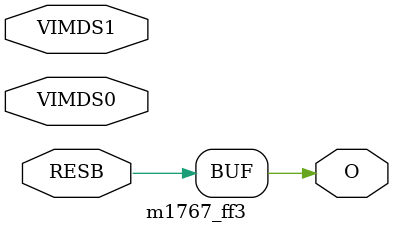
<source format=v>
module m1767_ff3(RESB,O,VIMDS1,VIMDS0);
   input RESB;
   output O;
   input  VIMDS1,VIMDS0;
   
   assign RESB = O;   
endmodule // 1767_ff3

</source>
